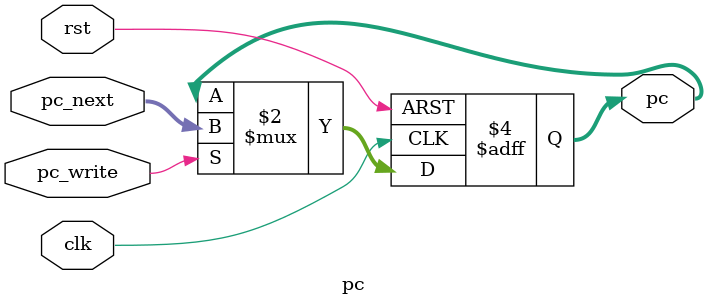
<source format=v>
`timescale 1ns / 1ps


module pc(
    input clk,
    input rst,
    input pc_write,
    input [31:0] pc_next,
    output reg [31:0] pc
);
always @(posedge clk or posedge rst) begin
    if(rst) begin
        pc <= 32'h0000_0000;
    end
    else if(pc_write) begin
        pc <= pc_next;
    end
end
endmodule

</source>
